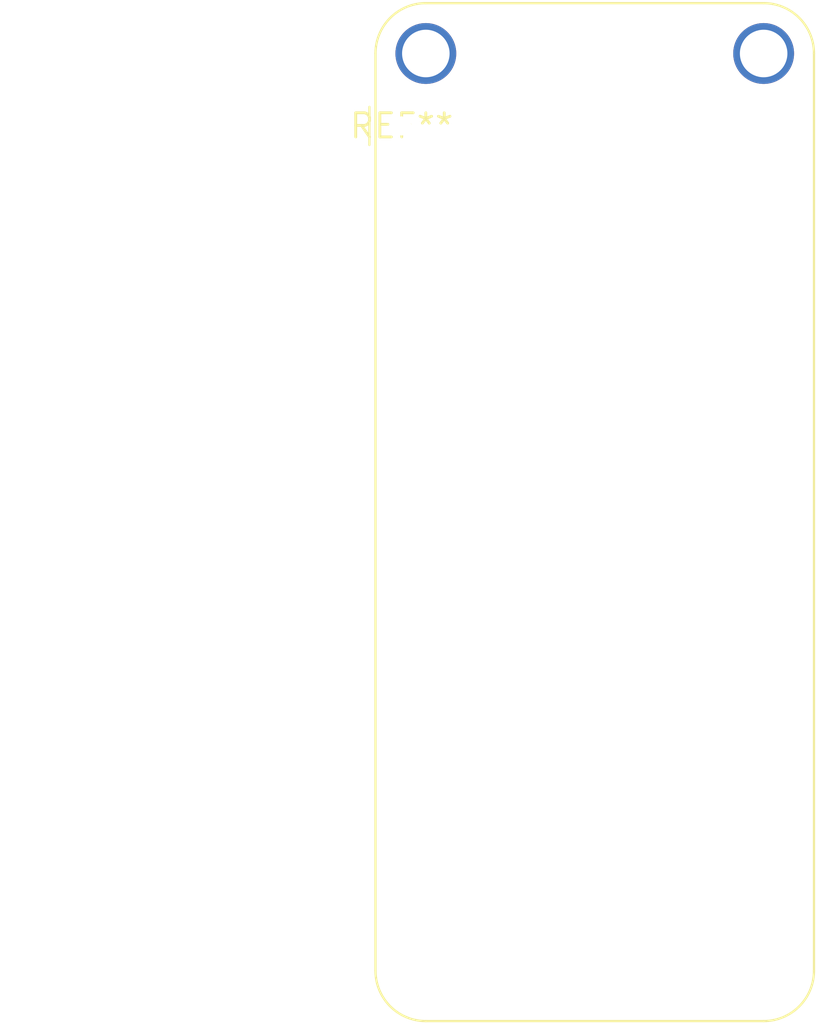
<source format=kicad_pcb>
(kicad_pcb (version 20240108) (generator pcbnew)
  (layers (0 "F.Cu" signal) (31 "B.Cu" signal) (34 "B.Paste" user) (35 "F.Paste" user) (36 "B.SilkS" user "B.Silkscreen") (37 "F.SilkS" user "F.Silkscreen") (38 "B.Mask" user) (39 "F.Mask" user) (44 "Edge.Cuts" user))
  (net 0 "")
  (footprint "Adafruit_Feather_M0_Wifi_WithMountingHoles" (layer "F.Cu") (at 0 0)
    (property "Reference" "REF**")
    (property "Value" "Adafruit_Feather_M0_Wifi_WithMountingHoles")
    (fp_line (start -1.7 1) (end -1.7 -1) (layer "F.SilkS") (stroke (width 0.12)))
    (fp_line (start -1.38 -3.81) (end -1.38 44.45) (layer "F.SilkS") (stroke (width 0.12)))
    (fp_line (start 19.05 -6.46) (end 1.27 -6.46) (layer "F.SilkS") (stroke (width 0.12)))
    (fp_line (start 19.05 47.1) (end 1.27 47.1) (layer "F.SilkS") (stroke (width 0.12)))
    (fp_line (start 21.7 -3.81) (end 21.7 44.45) (layer "F.SilkS") (stroke (width 0.12)))
    (fp_arc (start -1.38 -3.81) (mid -0.603833 -5.683833) (end 1.27 -6.46) (layer "F.SilkS") (stroke (width 0.12)))
    (fp_arc (start 1.27 47.1) (mid -0.603833 46.323833) (end -1.38 44.45) (layer "F.SilkS") (stroke (width 0.12)))
    (fp_arc (start 19.05 -6.46) (mid 20.923833 -5.683833) (end 21.7 -3.81) (layer "F.SilkS") (stroke (width 0.12)))
    (fp_arc (start 21.7 44.45) (mid 20.923833 46.323833) (end 19.05 47.1) (layer "F.SilkS") (stroke (width 0.12)))
    (pad "" np_thru_hole circle (at 0.635 44.45 270) (size 2.54 2.54) (drill 2.54) (layers *.Cu *.Mask))
    (pad "" np_thru_hole circle (at 1.27 -3.81 270) (size 3.2 3.2) (drill 2.5) (layers *.Cu *.Mask))
    (pad "" np_thru_hole circle (at 19.05 -3.81 270) (size 3.2 3.2) (drill 2.5) (layers *.Cu *.Mask))
    (pad "" np_thru_hole circle (at 19.685 44.45 270) (size 2.54 2.54) (drill 2.54) (layers *.Cu *.Mask))
    (pad "1" thru_hole roundrect (at 0 0) (size 2.6 1.6) (drill 1 (offset 0.3 0)) (layers *.Cu *.Mask) (remove_unused_layers) (roundrect_rratio 0.15625))
    (pad "2" thru_hole oval (at 0 2.54) (size 2.6 1.6) (drill 1 (offset 0.3 0)) (layers *.Cu *.Mask) (remove_unused_layers))
    (pad "3" thru_hole oval (at 0 5.08) (size 2.6 1.6) (drill 1 (offset 0.3 0)) (layers *.Cu *.Mask) (remove_unused_layers))
    (pad "4" thru_hole oval (at 0 7.62) (size 2.6 1.6) (drill 1 (offset 0.3 0)) (layers *.Cu *.Mask) (remove_unused_layers))
    (pad "5" thru_hole oval (at 0 10.16) (size 2.6 1.6) (drill 1 (offset 0.3 0)) (layers *.Cu *.Mask) (remove_unused_layers))
    (pad "6" thru_hole oval (at 0 12.7) (size 2.6 1.6) (drill 1 (offset 0.3 0)) (layers *.Cu *.Mask) (remove_unused_layers))
    (pad "7" thru_hole oval (at 0 15.24) (size 2.6 1.6) (drill 1 (offset 0.3 0)) (layers *.Cu *.Mask) (remove_unused_layers))
    (pad "8" thru_hole oval (at 0 17.78) (size 2.6 1.6) (drill 1 (offset 0.3 0)) (layers *.Cu *.Mask) (remove_unused_layers))
    (pad "9" thru_hole oval (at 0 20.32) (size 2.6 1.6) (drill 1 (offset 0.3 0)) (layers *.Cu *.Mask) (remove_unused_layers))
    (pad "10" thru_hole oval (at 0 22.86) (size 2.6 1.6) (drill 1 (offset 0.3 0)) (layers *.Cu *.Mask) (remove_unused_layers))
    (pad "11" thru_hole oval (at 0 25.4) (size 2.6 1.6) (drill 1 (offset 0.3 0)) (layers *.Cu *.Mask) (remove_unused_layers))
    (pad "12" thru_hole oval (at 0 27.94) (size 2.6 1.6) (drill 1 (offset 0.3 0)) (layers *.Cu *.Mask) (remove_unused_layers))
    (pad "13" thru_hole oval (at 0 30.48) (size 2.6 1.6) (drill 1 (offset 0.3 0)) (layers *.Cu *.Mask) (remove_unused_layers))
    (pad "14" thru_hole oval (at 0 33.02) (size 2.6 1.6) (drill 1 (offset 0.3 0)) (layers *.Cu *.Mask) (remove_unused_layers))
    (pad "15" thru_hole oval (at 0 35.56) (size 2.6 1.6) (drill 1 (offset 0.3 0)) (layers *.Cu *.Mask) (remove_unused_layers))
    (pad "16" thru_hole oval (at 0 38.1) (size 2.6 1.6) (drill 1 (offset 0.3 0)) (layers *.Cu *.Mask) (remove_unused_layers))
    (pad "17" thru_hole oval (at 20.32 38.1 180) (size 2.6 1.6) (drill 1 (offset 0.3 0)) (layers *.Cu *.Mask) (remove_unused_layers))
    (pad "18" thru_hole oval (at 20.32 35.56 180) (size 2.6 1.6) (drill 1 (offset 0.3 0)) (layers *.Cu *.Mask) (remove_unused_layers))
    (pad "19" thru_hole oval (at 20.32 33.02 180) (size 2.6 1.6) (drill 1 (offset 0.3 0)) (layers *.Cu *.Mask) (remove_unused_layers))
    (pad "20" thru_hole oval (at 20.32 30.48 180) (size 2.6 1.6) (drill 1 (offset 0.3 0)) (layers *.Cu *.Mask) (remove_unused_layers))
    (pad "21" thru_hole oval (at 20.32 27.94 180) (size 2.6 1.6) (drill 1 (offset 0.3 0)) (layers *.Cu *.Mask) (remove_unused_layers))
    (pad "22" thru_hole oval (at 20.32 25.4 180) (size 2.6 1.6) (drill 1 (offset 0.3 0)) (layers *.Cu *.Mask) (remove_unused_layers))
    (pad "23" thru_hole oval (at 20.32 22.86 180) (size 2.6 1.6) (drill 1 (offset 0.3 0)) (layers *.Cu *.Mask) (remove_unused_layers))
    (pad "24" thru_hole oval (at 20.32 20.32 180) (size 2.6 1.6) (drill 1 (offset 0.3 0)) (layers *.Cu *.Mask) (remove_unused_layers))
    (pad "25" thru_hole oval (at 20.32 17.78 180) (size 2.6 1.6) (drill 1 (offset 0.3 0)) (layers *.Cu *.Mask) (remove_unused_layers))
    (pad "26" thru_hole oval (at 20.32 15.24 180) (size 2.6 1.6) (drill 1 (offset 0.3 0)) (layers *.Cu *.Mask) (remove_unused_layers))
    (pad "27" thru_hole oval (at 20.32 12.7 180) (size 2.6 1.6) (drill 1 (offset 0.3 0)) (layers *.Cu *.Mask) (remove_unused_layers))
    (pad "28" thru_hole oval (at 20.32 10.16 180) (size 2.6 1.6) (drill 1 (offset 0.3 0)) (layers *.Cu *.Mask) (remove_unused_layers))
  )
)
</source>
